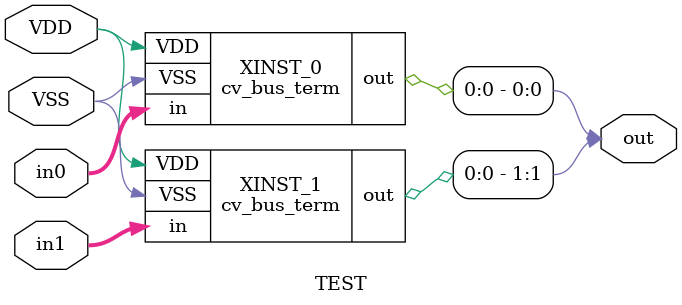
<source format=v>


module nmos4_standard(
    inout  wire B,
    inout  wire D,
    inout  wire G,
    inout  wire S
);

endmodule


module pmos4_standard(
    inout  wire B,
    inout  wire D,
    inout  wire G,
    inout  wire S
);

endmodule


module cv_bus_term(
    input  wire VDD,
    input  wire VSS,
    input  wire [1:0] in,
    output wire out
);

nmos4_standard X3 (
    .B( VSS ),
    .D( out ),
    .G( in[1] ),
    .S( VSS )
);

pmos4_standard X4 (
    .B( VDD ),
    .D( out ),
    .G( in[1] ),
    .S( VDD )
);

nmos4_standard XN (
    .B( VSS ),
    .D( out ),
    .G( in[0] ),
    .S( VSS )
);

pmos4_standard XP (
    .B( VDD ),
    .D( out ),
    .G( in[0] ),
    .S( VDD )
);

endmodule


module TEST(
    input  wire VDD,
    input  wire VSS,
    input  wire [1:0] in0,
    input  wire [1:0] in1,
    output wire [1:0] out
);

cv_bus_term XINST_1 (
    .VDD( VDD ),
    .VSS( VSS ),
    .in( in1[1:0] ),
    .out( out[1] )
);

cv_bus_term XINST_0 (
    .VDD( VDD ),
    .VSS( VSS ),
    .in( in0[1:0] ),
    .out( out[0] )
);

endmodule

</source>
